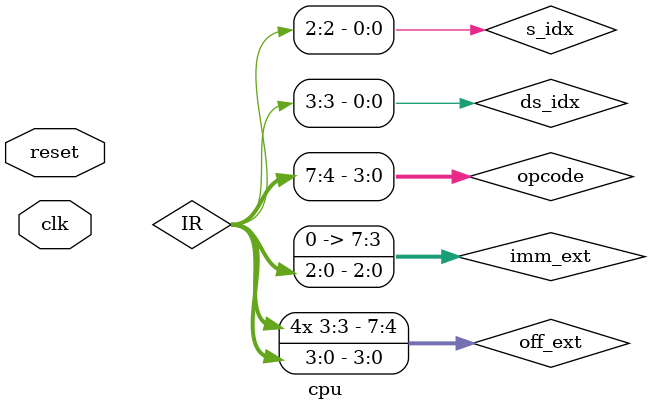
<source format=sv>
module memory_module (
    input  logic       clk,
    input  logic [7:0] addr,          // Memory address
    input  logic       write_en,      // Write enable
    input  logic [7:0] data_in,       // Data to write
    output logic [7:0] data_out       // Data read
);
    // Memory storage - exposed for testbench initialization
    logic [7:0] mem [0:255];

    // Initialize memory to 0
    initial begin
        for (int i=0; i<256; i++) mem[i] = 0;
    end

    // Asynchronous read
    assign data_out = mem[addr];

    // Synchronous write
    always_ff @(posedge clk) begin
        if (write_en) begin
            mem[addr] <= data_in;
        end
    end
endmodule

// ============================================================================
// MODULE: ALU
// ============================================================================
module alu (
    input  logic [7:0] a,
    input  logic [7:0] b,
    input  logic [1:0] func, // 00: NAND, 01: MULT, 10: SUB, 11: ADD
    output logic [7:0] result,
    output logic       zero // Indicates if result is zero
);
    always_comb begin
        unique case (func)
            2'b11: result = a + b;
            2'b10: result = a - b;
            2'b01: result = a * b;
            2'b00: result = ~(a & b);
            default: result = 8'h00;
        endcase
        zero = (result == 8'h00);
    end
endmodule

// ============================================================================
// MODULE: CPU (Datapath Top Level)
// ============================================================================
module cpu (
    input logic clk,
    input logic reset
);

    // -- Storage --
    // Registers kept here so the testbench can access 'dut.registers'
    logic [7:0] registers [0:1];

    // -- Architectural Registers --
    logic [7:0] PC;
    logic [7:0] IR;

    // TB expects dut.halted
    logic halted;

    // ------------------------------------------------------------------------
    // Internal signals
    // ------------------------------------------------------------------------
    logic [3:0] opcode;
    logic       ds_idx;
    logic       s_idx;

    logic [7:0] imm_ext;
    logic [7:0] off_ext;

    logic [7:0] reg_r1, reg_r2;

    logic [7:0] mem_addr;
    logic       mem_write;
    logic [7:0] mem_data_out;

    logic [7:0] alu_in_a, alu_in_b;
    logic [1:0] alu_func;
    logic [7:0] alu_result;
    logic       alu_zero;

    logic [7:0] wb_data;
    logic       reg_write;

    // ------------------------------------------------------------------------
    // Simple 2-phase controller inside CPU
    // ------------------------------------------------------------------------
    typedef enum logic [0:0] { S_FETCH = 1'b0, S_EXEC = 1'b1 } state_t;
    state_t state;

    // ------------------------------------------------------------------------
    // Decode fields (from IR)
    // ------------------------------------------------------------------------
    assign opcode = IR[7:4];
    assign ds_idx = IR[3];
    assign s_idx  = IR[2];

    // B-type immediate: zero-extend 3-bit imm
    assign imm_ext = {5'b0, IR[2:0]};

    // C-type offset: sign-extend 4-bit offset
    assign off_ext = {{4{IR[3]}}, IR[3:0]};

    // Register reads (combinational)
    assign reg_r1 = registers[ds_idx]; // rds value
    assign reg_r2 = registers[s_idx];  // rs value

    // ------------------------------------------------------------------------
    // Memory address selection
    // FETCH: use PC
    // EXEC:  for addm/lw/sw use rs as address
    // ------------------------------------------------------------------------
    always_comb begin
        mem_addr  = PC;       // default
        mem_write = 1'b0;     // default

        if (!halted) begin
            if (state == S_FETCH) begin
                mem_addr = PC;
            end else begin // S_EXEC
                unique case (opcode)
                    4'h2, // addm
                    4'h6, // lw
                    4'h7: // sw
                        mem_addr = reg_r2;
                    default:
                        mem_addr = PC; // don't care
                endcase

                // sw writes on the clock edge during EXEC
                if (opcode == 4'h7) begin
                    mem_write = 1'b1;
                end
            end
        end
    end

    // Memory module instantiation (TB uses dut.mem_inst.mem[])
    memory_module mem_inst (
        .clk(clk),
        .addr(mem_addr),
        .write_en(mem_write),
        .data_in(reg_r1),       // store rds
        .data_out(mem_data_out)
    );

    // ------------------------------------------------------------------------
    // ALU control + inputs (combinational)
    // ------------------------------------------------------------------------
    assign alu_in_a = reg_r1;

    always_comb begin
        // defaults
        alu_in_b  = reg_r2;
        alu_func  = 2'b11; // ADD
        reg_write = 1'b0;
        wb_data   = alu_result; // default to ALU (assigned after ALU)

        // Only meaningful in EXEC
        if (!halted && state == S_EXEC) begin
            unique case (opcode)
                4'h0: begin // nand
                    alu_func  = 2'b00;
                    alu_in_b  = reg_r2;
                    reg_write = 1'b1;
                end
                4'h1: begin // add
                    alu_func  = 2'b11;
                    alu_in_b  = reg_r2;
                    reg_write = 1'b1;
                end
                4'h2: begin // addm: rds = rds + mem[rs]
                    alu_func  = 2'b11;
                    alu_in_b  = mem_data_out;
                    reg_write = 1'b1;
                end
                4'h3: begin // addi: rds = rds + imm
                    alu_func  = 2'b11;
                    alu_in_b  = imm_ext;
                    reg_write = 1'b1;
                end
                4'h4: begin // sub
                    alu_func  = 2'b10;
                    alu_in_b  = reg_r2;
                    reg_write = 1'b1;
                end
                4'h5: begin // mult
                    alu_func  = 2'b01;
                    alu_in_b  = reg_r2;
                    reg_write = 1'b1;
                end
                4'h6: begin // lw: rds = mem[rs]
                    // no ALU needed; write back memory data
                    reg_write = 1'b1;
                end
                4'h7: begin // sw: mem[rs] = rds
                    reg_write = 1'b0;
                end
                4'h8: begin // beq: if (rds==rs) PC = PC + offset  (PC already PC+1 from FETCH)
                    reg_write = 1'b0;
                end
                4'h9: begin // jmp: PC = PC + offset (PC already PC+1 from FETCH)
                    reg_write = 1'b0;
                end
                4'hF: begin // halt
                    reg_write = 1'b0;
                end
                default: begin
                    reg_write = 1'b0;
                end
            endcase
        end

        // writeback data selection
        if (!halted && state == S_EXEC && opcode == 4'h6) begin
            wb_data = mem_data_out;     // lw
        end else begin
            wb_data = alu_result;       // all ALU-based writes
        end
    end

    // ALU instance
    alu cpu_alu (
        .a(alu_in_a),
        .b(alu_in_b),
        .func(alu_func),
        .result(alu_result),
        .zero(alu_zero)
    );

    // ------------------------------------------------------------------------
    // Sequential: state, PC, IR, registers, halted
    // ------------------------------------------------------------------------
    always_ff @(posedge clk or posedge reset) begin
        if (reset) begin
            registers[0] <= 8'd0;
            registers[1] <= 8'd0;
            PC           <= 8'd0;
            IR           <= 8'd0;
            halted       <= 1'b0;
            state        <= S_FETCH;
        end else begin
            if (!halted) begin
                unique case (state)

                    // FETCH: IR <- mem[PC], PC <- PC+1
                    S_FETCH: begin
                        IR    <= mem_data_out;
                        PC    <= PC + 8'd1;
                        state <= S_EXEC;
                    end

                    // EXEC: execute instruction in IR
                    S_EXEC: begin
                        // Register write (if any)
                        if (reg_write) begin
                            registers[ds_idx] <= wb_data;
                        end

                        // Branch/jump PC update:
                        // Note: PC was already incremented in FETCH, so here we add offset to "PC+1".
                        if (opcode == 4'h8) begin // beq
                            if (reg_r1 == reg_r2) begin
                                PC <= PC + off_ext;
                            end
                        end else if (opcode == 4'h9) begin // jmp
                            PC <= PC + off_ext;
                        end

                        // Halt
                        if (opcode == 4'hF) begin
                            halted <= 1'b1;
                        end

                        state <= S_FETCH;
                    end

                    default: state <= S_FETCH;
                endcase
            end
        end
    end

endmodule

</source>
